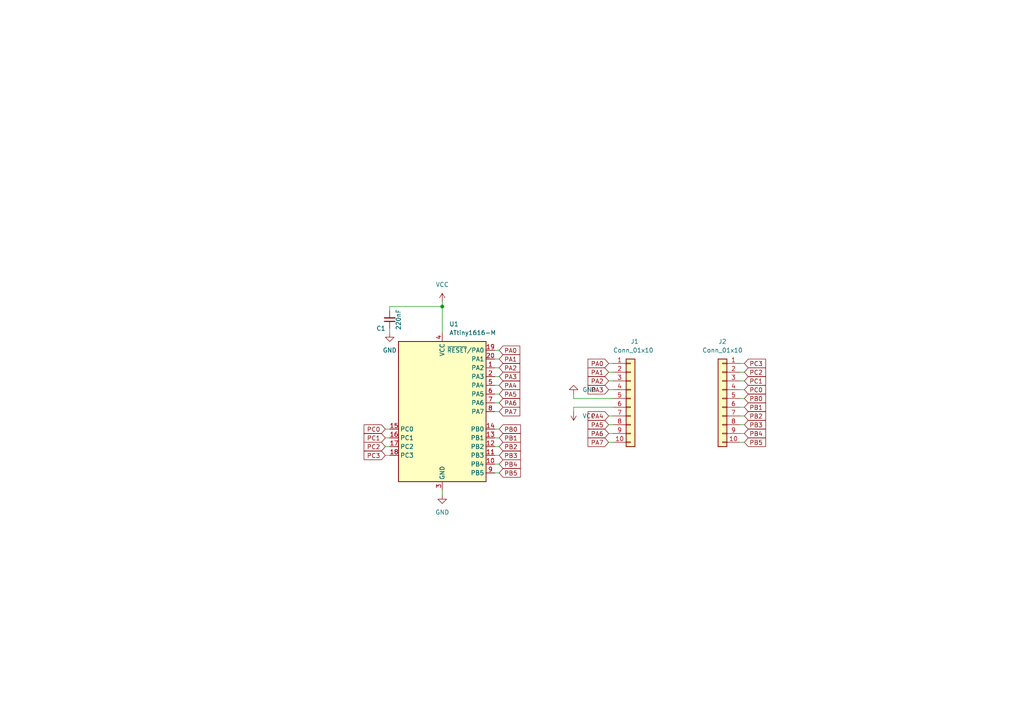
<source format=kicad_sch>
(kicad_sch (version 20211123) (generator eeschema)
  (paper "A4")
  (lib_symbols
    (symbol "Connector_Generic:Conn_01x10" (pin_names (offset 1.016) hide)
      (property "Reference" "J" (at 0 12.7 0))
      (property "Value" "Conn_01x10" (at 0 -15.24 0))
      (symbol "Conn_01x10_1_1"
        (rectangle (start -1.27 -12.573) (end 0 -12.827) (stroke (width 0.1524)))
        (rectangle (start -1.27 -10.033) (end 0 -10.287) (stroke (width 0.1524)))
        (rectangle (start -1.27 -7.493) (end 0 -7.747) (stroke (width 0.1524)))
        (rectangle (start -1.27 -4.953) (end 0 -5.207) (stroke (width 0.1524)))
        (rectangle (start -1.27 -2.413) (end 0 -2.667) (stroke (width 0.1524)))
        (rectangle (start -1.27 0.127) (end 0 -0.127) (stroke (width 0.1524)))
        (rectangle (start -1.27 2.667) (end 0 2.413) (stroke (width 0.1524)))
        (rectangle (start -1.27 5.207) (end 0 4.953) (stroke (width 0.1524)))
        (rectangle (start -1.27 7.747) (end 0 7.493) (stroke (width 0.1524)))
        (rectangle (start -1.27 10.287) (end 0 10.033) (stroke (width 0.1524)))
        (rectangle (start -1.27 11.43) (end 1.27 -13.97) (stroke (width 0.254)) (fill (type background)))
        (pin passive line (at -5.08 10.16 0) (length 3.81) (name "Pin_1") (number "1"))
        (pin passive line (at -5.08 -12.7 0) (length 3.81) (name "Pin_10") (number "10"))
        (pin passive line (at -5.08 7.62 0) (length 3.81) (name "Pin_2") (number "2"))
        (pin passive line (at -5.08 5.08 0) (length 3.81) (name "Pin_3") (number "3"))
        (pin passive line (at -5.08 2.54 0) (length 3.81) (name "Pin_4") (number "4"))
        (pin passive line (at -5.08 0 0) (length 3.81) (name "Pin_5") (number "5"))
        (pin passive line (at -5.08 -2.54 0) (length 3.81) (name "Pin_6") (number "6"))
        (pin passive line (at -5.08 -5.08 0) (length 3.81) (name "Pin_7") (number "7"))
        (pin passive line (at -5.08 -7.62 0) (length 3.81) (name "Pin_8") (number "8"))
        (pin passive line (at -5.08 -10.16 0) (length 3.81) (name "Pin_9") (number "9"))
      )
    )
    (symbol "Device:C_Small" (pin_numbers hide) (pin_names (offset 0.254) hide)
      (property "Reference" "C" (at 0.254 1.778 0))
      (property "Value" "C_Small" (at 0.254 -2.032 0))
      (symbol "C_Small_0_1"
        (polyline (pts (xy -1.524 -0.508) (xy 1.524 -0.508)) (stroke (width 0.3302)))
        (polyline (pts (xy -1.524 0.508) (xy 1.524 0.508)) (stroke (width 0.3048)))
      )
      (symbol "C_Small_1_1"
        (pin passive line (at 0 2.54 270) (length 2.032) (name "~") (number "1"))
        (pin passive line (at 0 -2.54 90) (length 2.032) (name "~") (number "2"))
      )
    )
    (symbol "MCU_Microchip_ATtiny:ATtiny1616-M"
      (property "Reference" "U" (at -12.7 21.59 0))
      (property "Value" "ATtiny1616-M" (at 2.54 -21.59 0))
      (symbol "ATtiny1616-M_0_1"
        (rectangle (start -12.7 -20.32) (end 12.7 20.32) (stroke (width 0.254)) (fill (type background)))
      )
      (symbol "ATtiny1616-M_1_1"
        (pin bidirectional line (at 15.24 12.7 180) (length 2.54) (name "PA2") (number "1"))
        (pin bidirectional line (at 15.24 -15.24 180) (length 2.54) (name "PB4") (number "10"))
        (pin bidirectional line (at 15.24 -12.7 180) (length 2.54) (name "PB3") (number "11"))
        (pin bidirectional line (at 15.24 -10.16 180) (length 2.54) (name "PB2") (number "12"))
        (pin bidirectional line (at 15.24 -7.62 180) (length 2.54) (name "PB1") (number "13"))
        (pin bidirectional line (at 15.24 -5.08 180) (length 2.54) (name "PB0") (number "14"))
        (pin bidirectional line (at -15.24 -5.08 0) (length 2.54) (name "PC0") (number "15"))
        (pin bidirectional line (at -15.24 -7.62 0) (length 2.54) (name "PC1") (number "16"))
        (pin bidirectional line (at -15.24 -10.16 0) (length 2.54) (name "PC2") (number "17"))
        (pin bidirectional line (at -15.24 -12.7 0) (length 2.54) (name "PC3") (number "18"))
        (pin bidirectional line (at 15.24 17.78 180) (length 2.54) (name "~{RESET}/PA0") (number "19"))
        (pin bidirectional line (at 15.24 10.16 180) (length 2.54) (name "PA3") (number "2"))
        (pin bidirectional line (at 15.24 15.24 180) (length 2.54) (name "PA1") (number "20"))
        (pin passive line (at 0 -22.86 90) (length 2.54) hide (name "GND") (number "21"))
        (pin power_in line (at 0 -22.86 90) (length 2.54) (name "GND") (number "3"))
        (pin power_in line (at 0 22.86 270) (length 2.54) (name "VCC") (number "4"))
        (pin bidirectional line (at 15.24 7.62 180) (length 2.54) (name "PA4") (number "5"))
        (pin bidirectional line (at 15.24 5.08 180) (length 2.54) (name "PA5") (number "6"))
        (pin bidirectional line (at 15.24 2.54 180) (length 2.54) (name "PA6") (number "7"))
        (pin bidirectional line (at 15.24 0 180) (length 2.54) (name "PA7") (number "8"))
        (pin bidirectional line (at 15.24 -17.78 180) (length 2.54) (name "PB5") (number "9"))
      )
    )
    (symbol "power:GND" (power) (pin_names (offset 0))
      (property "Value" "GND" (at 0 -3.81 0))
      (symbol "GND_0_1"
        (polyline (pts (xy 0 0) (xy 0 -1.27) (xy 1.27 -1.27) (xy 0 -2.54) (xy -1.27 -1.27) (xy 0 -1.27)))
      )
      (symbol "GND_1_1"
        (pin power_in line (at 0 0 270) (length 0) hide (name "GND") (number "1"))
      )
    )
    (symbol "power:VCC" (power) (pin_names (offset 0))
      (property "Value" "VCC" (at 0 3.81 0))
      (symbol "VCC_0_1"
        (polyline (pts (xy -0.762 1.27) (xy 0 2.54)))
        (polyline (pts (xy 0 0) (xy 0 2.54)))
        (polyline (pts (xy 0 2.54) (xy 0.762 1.27)))
      )
      (symbol "VCC_1_1"
        (pin power_in line (at 0 0 90) (length 0) hide (name "VCC") (number "1"))
      )
    )
  )
  (junction (at 128.27 88.9))
  (wire (pts (xy 143.51 137.16) (xy 144.78 137.16)))
  (wire (pts (xy 176.53 123.19) (xy 177.8 123.19)))
  (wire (pts (xy 177.8 115.57) (xy 166.37 115.57)))
  (wire (pts (xy 166.37 118.11) (xy 177.8 118.11)))
  (wire (pts (xy 128.27 88.9) (xy 128.27 96.52)))
  (wire (pts (xy 214.63 128.27) (xy 215.9 128.27)))
  (wire (pts (xy 143.51 111.76) (xy 144.78 111.76)))
  (wire (pts (xy 214.63 125.73) (xy 215.9 125.73)))
  (wire (pts (xy 143.51 129.54) (xy 144.78 129.54)))
  (wire (pts (xy 143.51 116.84) (xy 144.78 116.84)))
  (wire (pts (xy 176.53 120.65) (xy 177.8 120.65)))
  (wire (pts (xy 143.51 124.46) (xy 144.78 124.46)))
  (wire (pts (xy 143.51 132.08) (xy 144.78 132.08)))
  (wire (pts (xy 143.51 101.6) (xy 144.78 101.6)))
  (wire (pts (xy 176.53 107.95) (xy 177.8 107.95)))
  (wire (pts (xy 113.03 88.9) (xy 128.27 88.9)))
  (wire (pts (xy 214.63 123.19) (xy 215.9 123.19)))
  (wire (pts (xy 143.51 104.14) (xy 144.78 104.14)))
  (wire (pts (xy 111.76 124.46) (xy 113.03 124.46)))
  (wire (pts (xy 176.53 105.41) (xy 177.8 105.41)))
  (wire (pts (xy 143.51 109.22) (xy 144.78 109.22)))
  (wire (pts (xy 176.53 113.03) (xy 177.8 113.03)))
  (wire (pts (xy 214.63 115.57) (xy 215.9 115.57)))
  (wire (pts (xy 143.51 106.68) (xy 144.78 106.68)))
  (wire (pts (xy 143.51 119.38) (xy 144.78 119.38)))
  (wire (pts (xy 111.76 127) (xy 113.03 127)))
  (wire (pts (xy 143.51 127) (xy 144.78 127)))
  (wire (pts (xy 111.76 129.54) (xy 113.03 129.54)))
  (wire (pts (xy 166.37 119.38) (xy 166.37 118.11)))
  (wire (pts (xy 214.63 110.49) (xy 215.9 110.49)))
  (wire (pts (xy 176.53 128.27) (xy 177.8 128.27)))
  (wire (pts (xy 214.63 105.41) (xy 215.9 105.41)))
  (wire (pts (xy 128.27 142.24) (xy 128.27 143.51)))
  (wire (pts (xy 128.27 87.63) (xy 128.27 88.9)))
  (wire (pts (xy 113.03 90.17) (xy 113.03 88.9)))
  (wire (pts (xy 166.37 115.57) (xy 166.37 114.3)))
  (wire (pts (xy 214.63 113.03) (xy 215.9 113.03)))
  (wire (pts (xy 143.51 114.3) (xy 144.78 114.3)))
  (wire (pts (xy 214.63 118.11) (xy 215.9 118.11)))
  (wire (pts (xy 113.03 95.25) (xy 113.03 96.52)))
  (wire (pts (xy 176.53 125.73) (xy 177.8 125.73)))
  (wire (pts (xy 214.63 107.95) (xy 215.9 107.95)))
  (wire (pts (xy 111.76 132.08) (xy 113.03 132.08)))
  (wire (pts (xy 176.53 110.49) (xy 177.8 110.49)))
  (wire (pts (xy 214.63 120.65) (xy 215.9 120.65)))
  (wire (pts (xy 143.51 134.62) (xy 144.78 134.62)))
  (global_label "PC2" (shape input) (at 111.76 129.54 180) (property "Intersheet References" "${INTERSHEET_REFS}" (effects hide)))
  (global_label "PA6" (shape input) (at 176.53 125.73 180) (property "Intersheet References" "${INTERSHEET_REFS}" (effects hide)))
  (global_label "PB5" (shape input) (at 215.9 128.27 0) (property "Intersheet References" "${INTERSHEET_REFS}" (effects hide)))
  (global_label "PC0" (shape input) (at 215.9 113.03 0) (property "Intersheet References" "${INTERSHEET_REFS}" (effects hide)))
  (global_label "PB1" (shape input) (at 144.78 127 0) (property "Intersheet References" "${INTERSHEET_REFS}" (effects hide)))
  (global_label "PC0" (shape input) (at 111.76 124.46 180) (property "Intersheet References" "${INTERSHEET_REFS}" (effects hide)))
  (global_label "PA4" (shape input) (at 144.78 111.76 0) (property "Intersheet References" "${INTERSHEET_REFS}" (effects hide)))
  (global_label "PA0" (shape input) (at 144.78 101.6 0) (property "Intersheet References" "${INTERSHEET_REFS}" (effects hide)))
  (global_label "PA7" (shape input) (at 176.53 128.27 180) (property "Intersheet References" "${INTERSHEET_REFS}" (effects hide)))
  (global_label "PB1" (shape input) (at 215.9 118.11 0) (property "Intersheet References" "${INTERSHEET_REFS}" (effects hide)))
  (global_label "PB5" (shape input) (at 144.78 137.16 0) (property "Intersheet References" "${INTERSHEET_REFS}" (effects hide)))
  (global_label "PC1" (shape input) (at 111.76 127 180) (property "Intersheet References" "${INTERSHEET_REFS}" (effects hide)))
  (global_label "PA7" (shape input) (at 144.78 119.38 0) (property "Intersheet References" "${INTERSHEET_REFS}" (effects hide)))
  (global_label "PA5" (shape input) (at 144.78 114.3 0) (property "Intersheet References" "${INTERSHEET_REFS}" (effects hide)))
  (global_label "PC2" (shape input) (at 215.9 107.95 0) (property "Intersheet References" "${INTERSHEET_REFS}" (effects hide)))
  (global_label "PB0" (shape input) (at 144.78 124.46 0) (property "Intersheet References" "${INTERSHEET_REFS}" (effects hide)))
  (global_label "PB4" (shape input) (at 144.78 134.62 0) (property "Intersheet References" "${INTERSHEET_REFS}" (effects hide)))
  (global_label "PA5" (shape input) (at 176.53 123.19 180) (property "Intersheet References" "${INTERSHEET_REFS}" (effects hide)))
  (global_label "PC3" (shape input) (at 215.9 105.41 0) (property "Intersheet References" "${INTERSHEET_REFS}" (effects hide)))
  (global_label "PB4" (shape input) (at 215.9 125.73 0) (property "Intersheet References" "${INTERSHEET_REFS}" (effects hide)))
  (global_label "PB3" (shape input) (at 215.9 123.19 0) (property "Intersheet References" "${INTERSHEET_REFS}" (effects hide)))
  (global_label "PA2" (shape input) (at 176.53 110.49 180) (property "Intersheet References" "${INTERSHEET_REFS}" (effects hide)))
  (global_label "PA4" (shape input) (at 176.53 120.65 180) (property "Intersheet References" "${INTERSHEET_REFS}" (effects hide)))
  (global_label "PB3" (shape input) (at 144.78 132.08 0) (property "Intersheet References" "${INTERSHEET_REFS}" (effects hide)))
  (global_label "PA6" (shape input) (at 144.78 116.84 0) (property "Intersheet References" "${INTERSHEET_REFS}" (effects hide)))
  (global_label "PB2" (shape input) (at 215.9 120.65 0) (property "Intersheet References" "${INTERSHEET_REFS}" (effects hide)))
  (global_label "PC3" (shape input) (at 111.76 132.08 180) (property "Intersheet References" "${INTERSHEET_REFS}" (effects hide)))
  (global_label "PA1" (shape input) (at 176.53 107.95 180) (property "Intersheet References" "${INTERSHEET_REFS}" (effects hide)))
  (global_label "PA3" (shape input) (at 176.53 113.03 180) (property "Intersheet References" "${INTERSHEET_REFS}" (effects hide)))
  (global_label "PA3" (shape input) (at 144.78 109.22 0) (property "Intersheet References" "${INTERSHEET_REFS}" (effects hide)))
  (global_label "PA1" (shape input) (at 144.78 104.14 0) (property "Intersheet References" "${INTERSHEET_REFS}" (effects hide)))
  (global_label "PA0" (shape input) (at 176.53 105.41 180) (property "Intersheet References" "${INTERSHEET_REFS}" (effects hide)))
  (global_label "PB2" (shape input) (at 144.78 129.54 0) (property "Intersheet References" "${INTERSHEET_REFS}" (effects hide)))
  (global_label "PB0" (shape input) (at 215.9 115.57 0) (property "Intersheet References" "${INTERSHEET_REFS}" (effects hide)))
  (global_label "PA2" (shape input) (at 144.78 106.68 0) (property "Intersheet References" "${INTERSHEET_REFS}" (effects hide)))
  (global_label "PC1" (shape input) (at 215.9 110.49 0) (property "Intersheet References" "${INTERSHEET_REFS}" (effects hide)))
  (symbol (lib_id "power:GND") (at 128.27 143.51 0) (unit 1)
    (property "Reference" "#PWR0103" (effects hide))
    (property "Value" "GND" (at 128.27 148.59 0))
  )
  (symbol (lib_id "Connector_Generic:Conn_01x10") (at 209.55 115.57 0) (mirror y) (unit 1) (in_bom no)
    (property "Reference" "J2" (at 209.55 99.06 0))
    (property "Value" "Conn_01x10" (at 209.55 101.6 0))
    (property "Footprint" "Connector_PinHeader_2.54mm:PinHeader_1x10_P2.54mm_Vertical" (effects hide))
  )
  (symbol (lib_id "power:GND") (at 166.37 114.3 180) (unit 1)
    (property "Reference" "#PWR0104" (effects hide))
    (property "Value" "GND" (at 168.91 113.0299 0) (effects (justify right)))
  )
  (symbol (lib_id "Connector_Generic:Conn_01x10") (at 182.88 115.57 0) (unit 1) (in_bom no)
    (property "Reference" "J1" (at 182.88 99.06 0) (effects (justify left)))
    (property "Value" "Conn_01x10" (at 177.8 101.6 0) (effects (justify left)))
    (property "Footprint" "Connector_PinHeader_2.54mm:PinHeader_1x10_P2.54mm_Vertical" (effects hide))
  )
  (symbol (lib_id "MCU_Microchip_ATtiny:ATtiny1616-M") (at 128.27 119.38 0) (unit 1)
    (property "Reference" "U1" (at 130.2894 93.98 0) (effects (justify left)))
    (property "Value" "ATtiny1616-M" (at 130.2894 96.52 0) (effects (justify left)))
    (property "Footprint" "Package_DFN_QFN:VQFN-20-1EP_3x3mm_P0.4mm_EP1.7x1.7mm" (effects hide))
    (property "Datasheet" "http://ww1.microchip.com/downloads/en/DeviceDoc/ATtiny3216_ATtiny1616-data-sheet-40001997B.pdf" (effects hide))
    (property "LCSC" "C507118" (effects hide))
  )
  (symbol (lib_id "power:VCC") (at 166.37 119.38 180) (unit 1)
    (property "Reference" "#PWR0105" (effects hide))
    (property "Value" "VCC" (at 168.91 120.6499 0) (effects (justify right)))
  )
  (symbol (lib_id "power:VCC") (at 128.27 87.63 0) (unit 1)
    (property "Reference" "#PWR0101" (effects hide))
    (property "Value" "VCC" (at 128.27 82.55 0))
  )
  (symbol (lib_id "power:GND") (at 113.03 96.52 0) (unit 1)
    (property "Reference" "#PWR0102" (effects hide))
    (property "Value" "GND" (at 113.03 101.6 0))
  )
  (symbol (lib_id "Device:C_Small") (at 113.03 92.71 180) (unit 1)
    (property "Reference" "C1" (at 110.49 95.25 0))
    (property "Value" "220nF" (at 115.57 92.71 90))
    (property "Footprint" "Capacitor_SMD:C_0402_1005Metric" (effects hide))
    (property "LCSC" "C16772" (effects hide))
  )
)
</source>
